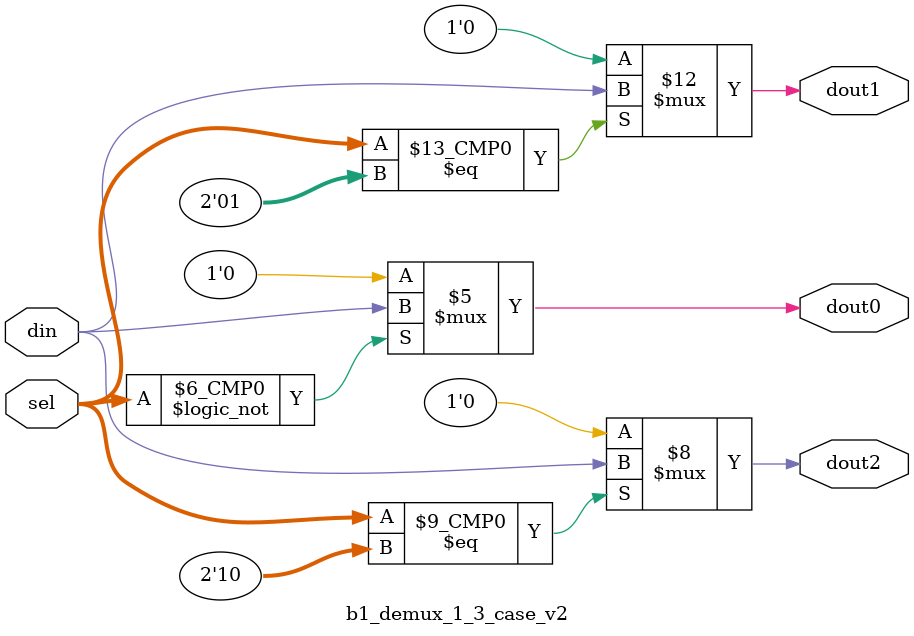
<source format=v>

module b1_demux_1_3_case_v2
(
    input            din,
    input      [1:0] sel,
    output reg       dout0,
    output reg       dout1,
    output reg       dout2 
);
    always @(*) begin
        dout0 = 1'b0;
        dout1 = 1'b0;
        dout2 = 1'b0;
        case (sel)
             2'b00: dout0 = din;
             2'b01: dout1 = din;
             2'b10: dout2 = din;
        endcase
    end

endmodule

</source>
